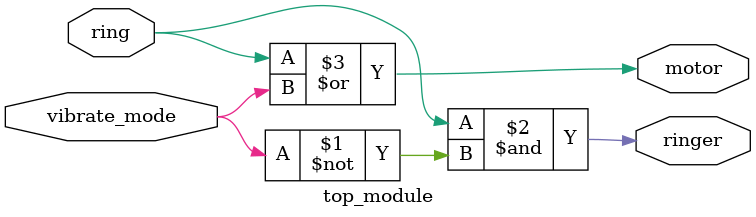
<source format=v>
module top_module (
    input ring,
    input vibrate_mode,
    output ringer,       // Make sound
    output motor         // Vibrate
);

    assign ringer = ring & ~vibrate_mode;
    assign motor = ring | vibrate_mode;

endmodule
</source>
